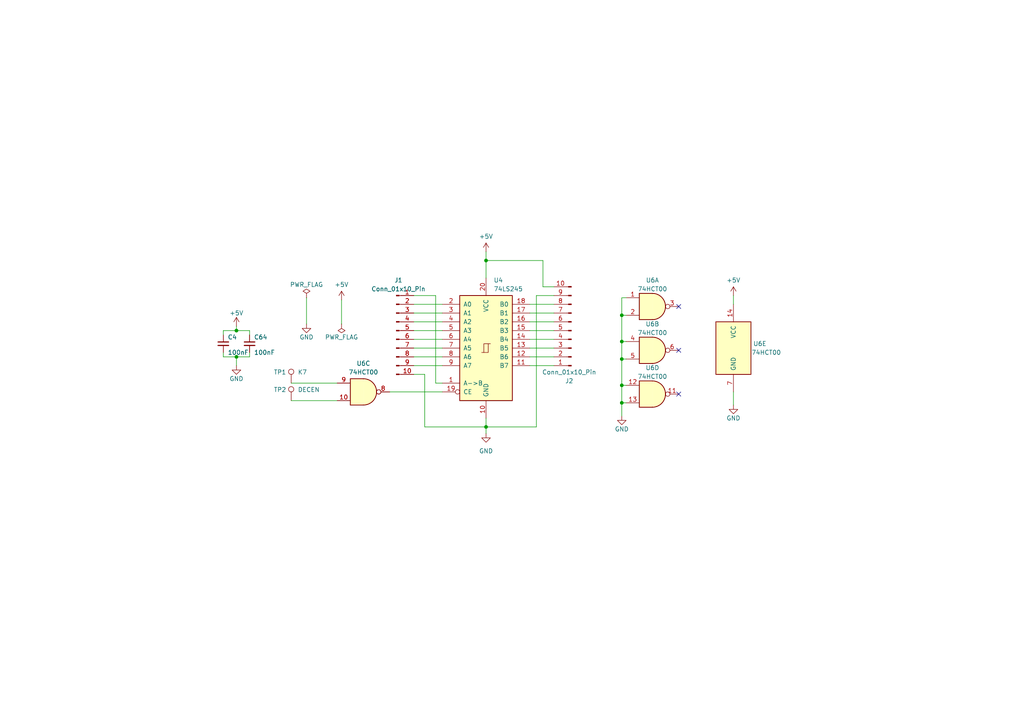
<source format=kicad_sch>
(kicad_sch (version 20230121) (generator eeschema)

  (uuid 1a0a7744-f035-45d7-93d2-2677b83da8bb)

  (paper "A4")

  (lib_symbols
    (symbol "74xx:74LS00" (pin_names (offset 1.016)) (in_bom yes) (on_board yes)
      (property "Reference" "U" (at 0 1.27 0)
        (effects (font (size 1.27 1.27)))
      )
      (property "Value" "74LS00" (at 0 -1.27 0)
        (effects (font (size 1.27 1.27)))
      )
      (property "Footprint" "" (at 0 0 0)
        (effects (font (size 1.27 1.27)) hide)
      )
      (property "Datasheet" "http://www.ti.com/lit/gpn/sn74ls00" (at 0 0 0)
        (effects (font (size 1.27 1.27)) hide)
      )
      (property "ki_locked" "" (at 0 0 0)
        (effects (font (size 1.27 1.27)))
      )
      (property "ki_keywords" "TTL nand 2-input" (at 0 0 0)
        (effects (font (size 1.27 1.27)) hide)
      )
      (property "ki_description" "quad 2-input NAND gate" (at 0 0 0)
        (effects (font (size 1.27 1.27)) hide)
      )
      (property "ki_fp_filters" "DIP*W7.62mm* SO14*" (at 0 0 0)
        (effects (font (size 1.27 1.27)) hide)
      )
      (symbol "74LS00_1_1"
        (arc (start 0 -3.81) (mid 3.7934 0) (end 0 3.81)
          (stroke (width 0.254) (type default))
          (fill (type background))
        )
        (polyline
          (pts
            (xy 0 3.81)
            (xy -3.81 3.81)
            (xy -3.81 -3.81)
            (xy 0 -3.81)
          )
          (stroke (width 0.254) (type default))
          (fill (type background))
        )
        (pin input line (at -7.62 2.54 0) (length 3.81)
          (name "~" (effects (font (size 1.27 1.27))))
          (number "1" (effects (font (size 1.27 1.27))))
        )
        (pin input line (at -7.62 -2.54 0) (length 3.81)
          (name "~" (effects (font (size 1.27 1.27))))
          (number "2" (effects (font (size 1.27 1.27))))
        )
        (pin output inverted (at 7.62 0 180) (length 3.81)
          (name "~" (effects (font (size 1.27 1.27))))
          (number "3" (effects (font (size 1.27 1.27))))
        )
      )
      (symbol "74LS00_1_2"
        (arc (start -3.81 -3.81) (mid -2.589 0) (end -3.81 3.81)
          (stroke (width 0.254) (type default))
          (fill (type none))
        )
        (arc (start -0.6096 -3.81) (mid 2.1842 -2.5851) (end 3.81 0)
          (stroke (width 0.254) (type default))
          (fill (type background))
        )
        (polyline
          (pts
            (xy -3.81 -3.81)
            (xy -0.635 -3.81)
          )
          (stroke (width 0.254) (type default))
          (fill (type background))
        )
        (polyline
          (pts
            (xy -3.81 3.81)
            (xy -0.635 3.81)
          )
          (stroke (width 0.254) (type default))
          (fill (type background))
        )
        (polyline
          (pts
            (xy -0.635 3.81)
            (xy -3.81 3.81)
            (xy -3.81 3.81)
            (xy -3.556 3.4036)
            (xy -3.0226 2.2606)
            (xy -2.6924 1.0414)
            (xy -2.6162 -0.254)
            (xy -2.7686 -1.4986)
            (xy -3.175 -2.7178)
            (xy -3.81 -3.81)
            (xy -3.81 -3.81)
            (xy -0.635 -3.81)
          )
          (stroke (width -25.4) (type default))
          (fill (type background))
        )
        (arc (start 3.81 0) (mid 2.1915 2.5936) (end -0.6096 3.81)
          (stroke (width 0.254) (type default))
          (fill (type background))
        )
        (pin input inverted (at -7.62 2.54 0) (length 4.318)
          (name "~" (effects (font (size 1.27 1.27))))
          (number "1" (effects (font (size 1.27 1.27))))
        )
        (pin input inverted (at -7.62 -2.54 0) (length 4.318)
          (name "~" (effects (font (size 1.27 1.27))))
          (number "2" (effects (font (size 1.27 1.27))))
        )
        (pin output line (at 7.62 0 180) (length 3.81)
          (name "~" (effects (font (size 1.27 1.27))))
          (number "3" (effects (font (size 1.27 1.27))))
        )
      )
      (symbol "74LS00_2_1"
        (arc (start 0 -3.81) (mid 3.7934 0) (end 0 3.81)
          (stroke (width 0.254) (type default))
          (fill (type background))
        )
        (polyline
          (pts
            (xy 0 3.81)
            (xy -3.81 3.81)
            (xy -3.81 -3.81)
            (xy 0 -3.81)
          )
          (stroke (width 0.254) (type default))
          (fill (type background))
        )
        (pin input line (at -7.62 2.54 0) (length 3.81)
          (name "~" (effects (font (size 1.27 1.27))))
          (number "4" (effects (font (size 1.27 1.27))))
        )
        (pin input line (at -7.62 -2.54 0) (length 3.81)
          (name "~" (effects (font (size 1.27 1.27))))
          (number "5" (effects (font (size 1.27 1.27))))
        )
        (pin output inverted (at 7.62 0 180) (length 3.81)
          (name "~" (effects (font (size 1.27 1.27))))
          (number "6" (effects (font (size 1.27 1.27))))
        )
      )
      (symbol "74LS00_2_2"
        (arc (start -3.81 -3.81) (mid -2.589 0) (end -3.81 3.81)
          (stroke (width 0.254) (type default))
          (fill (type none))
        )
        (arc (start -0.6096 -3.81) (mid 2.1842 -2.5851) (end 3.81 0)
          (stroke (width 0.254) (type default))
          (fill (type background))
        )
        (polyline
          (pts
            (xy -3.81 -3.81)
            (xy -0.635 -3.81)
          )
          (stroke (width 0.254) (type default))
          (fill (type background))
        )
        (polyline
          (pts
            (xy -3.81 3.81)
            (xy -0.635 3.81)
          )
          (stroke (width 0.254) (type default))
          (fill (type background))
        )
        (polyline
          (pts
            (xy -0.635 3.81)
            (xy -3.81 3.81)
            (xy -3.81 3.81)
            (xy -3.556 3.4036)
            (xy -3.0226 2.2606)
            (xy -2.6924 1.0414)
            (xy -2.6162 -0.254)
            (xy -2.7686 -1.4986)
            (xy -3.175 -2.7178)
            (xy -3.81 -3.81)
            (xy -3.81 -3.81)
            (xy -0.635 -3.81)
          )
          (stroke (width -25.4) (type default))
          (fill (type background))
        )
        (arc (start 3.81 0) (mid 2.1915 2.5936) (end -0.6096 3.81)
          (stroke (width 0.254) (type default))
          (fill (type background))
        )
        (pin input inverted (at -7.62 2.54 0) (length 4.318)
          (name "~" (effects (font (size 1.27 1.27))))
          (number "4" (effects (font (size 1.27 1.27))))
        )
        (pin input inverted (at -7.62 -2.54 0) (length 4.318)
          (name "~" (effects (font (size 1.27 1.27))))
          (number "5" (effects (font (size 1.27 1.27))))
        )
        (pin output line (at 7.62 0 180) (length 3.81)
          (name "~" (effects (font (size 1.27 1.27))))
          (number "6" (effects (font (size 1.27 1.27))))
        )
      )
      (symbol "74LS00_3_1"
        (arc (start 0 -3.81) (mid 3.7934 0) (end 0 3.81)
          (stroke (width 0.254) (type default))
          (fill (type background))
        )
        (polyline
          (pts
            (xy 0 3.81)
            (xy -3.81 3.81)
            (xy -3.81 -3.81)
            (xy 0 -3.81)
          )
          (stroke (width 0.254) (type default))
          (fill (type background))
        )
        (pin input line (at -7.62 -2.54 0) (length 3.81)
          (name "~" (effects (font (size 1.27 1.27))))
          (number "10" (effects (font (size 1.27 1.27))))
        )
        (pin output inverted (at 7.62 0 180) (length 3.81)
          (name "~" (effects (font (size 1.27 1.27))))
          (number "8" (effects (font (size 1.27 1.27))))
        )
        (pin input line (at -7.62 2.54 0) (length 3.81)
          (name "~" (effects (font (size 1.27 1.27))))
          (number "9" (effects (font (size 1.27 1.27))))
        )
      )
      (symbol "74LS00_3_2"
        (arc (start -3.81 -3.81) (mid -2.589 0) (end -3.81 3.81)
          (stroke (width 0.254) (type default))
          (fill (type none))
        )
        (arc (start -0.6096 -3.81) (mid 2.1842 -2.5851) (end 3.81 0)
          (stroke (width 0.254) (type default))
          (fill (type background))
        )
        (polyline
          (pts
            (xy -3.81 -3.81)
            (xy -0.635 -3.81)
          )
          (stroke (width 0.254) (type default))
          (fill (type background))
        )
        (polyline
          (pts
            (xy -3.81 3.81)
            (xy -0.635 3.81)
          )
          (stroke (width 0.254) (type default))
          (fill (type background))
        )
        (polyline
          (pts
            (xy -0.635 3.81)
            (xy -3.81 3.81)
            (xy -3.81 3.81)
            (xy -3.556 3.4036)
            (xy -3.0226 2.2606)
            (xy -2.6924 1.0414)
            (xy -2.6162 -0.254)
            (xy -2.7686 -1.4986)
            (xy -3.175 -2.7178)
            (xy -3.81 -3.81)
            (xy -3.81 -3.81)
            (xy -0.635 -3.81)
          )
          (stroke (width -25.4) (type default))
          (fill (type background))
        )
        (arc (start 3.81 0) (mid 2.1915 2.5936) (end -0.6096 3.81)
          (stroke (width 0.254) (type default))
          (fill (type background))
        )
        (pin input inverted (at -7.62 -2.54 0) (length 4.318)
          (name "~" (effects (font (size 1.27 1.27))))
          (number "10" (effects (font (size 1.27 1.27))))
        )
        (pin output line (at 7.62 0 180) (length 3.81)
          (name "~" (effects (font (size 1.27 1.27))))
          (number "8" (effects (font (size 1.27 1.27))))
        )
        (pin input inverted (at -7.62 2.54 0) (length 4.318)
          (name "~" (effects (font (size 1.27 1.27))))
          (number "9" (effects (font (size 1.27 1.27))))
        )
      )
      (symbol "74LS00_4_1"
        (arc (start 0 -3.81) (mid 3.7934 0) (end 0 3.81)
          (stroke (width 0.254) (type default))
          (fill (type background))
        )
        (polyline
          (pts
            (xy 0 3.81)
            (xy -3.81 3.81)
            (xy -3.81 -3.81)
            (xy 0 -3.81)
          )
          (stroke (width 0.254) (type default))
          (fill (type background))
        )
        (pin output inverted (at 7.62 0 180) (length 3.81)
          (name "~" (effects (font (size 1.27 1.27))))
          (number "11" (effects (font (size 1.27 1.27))))
        )
        (pin input line (at -7.62 2.54 0) (length 3.81)
          (name "~" (effects (font (size 1.27 1.27))))
          (number "12" (effects (font (size 1.27 1.27))))
        )
        (pin input line (at -7.62 -2.54 0) (length 3.81)
          (name "~" (effects (font (size 1.27 1.27))))
          (number "13" (effects (font (size 1.27 1.27))))
        )
      )
      (symbol "74LS00_4_2"
        (arc (start -3.81 -3.81) (mid -2.589 0) (end -3.81 3.81)
          (stroke (width 0.254) (type default))
          (fill (type none))
        )
        (arc (start -0.6096 -3.81) (mid 2.1842 -2.5851) (end 3.81 0)
          (stroke (width 0.254) (type default))
          (fill (type background))
        )
        (polyline
          (pts
            (xy -3.81 -3.81)
            (xy -0.635 -3.81)
          )
          (stroke (width 0.254) (type default))
          (fill (type background))
        )
        (polyline
          (pts
            (xy -3.81 3.81)
            (xy -0.635 3.81)
          )
          (stroke (width 0.254) (type default))
          (fill (type background))
        )
        (polyline
          (pts
            (xy -0.635 3.81)
            (xy -3.81 3.81)
            (xy -3.81 3.81)
            (xy -3.556 3.4036)
            (xy -3.0226 2.2606)
            (xy -2.6924 1.0414)
            (xy -2.6162 -0.254)
            (xy -2.7686 -1.4986)
            (xy -3.175 -2.7178)
            (xy -3.81 -3.81)
            (xy -3.81 -3.81)
            (xy -0.635 -3.81)
          )
          (stroke (width -25.4) (type default))
          (fill (type background))
        )
        (arc (start 3.81 0) (mid 2.1915 2.5936) (end -0.6096 3.81)
          (stroke (width 0.254) (type default))
          (fill (type background))
        )
        (pin output line (at 7.62 0 180) (length 3.81)
          (name "~" (effects (font (size 1.27 1.27))))
          (number "11" (effects (font (size 1.27 1.27))))
        )
        (pin input inverted (at -7.62 2.54 0) (length 4.318)
          (name "~" (effects (font (size 1.27 1.27))))
          (number "12" (effects (font (size 1.27 1.27))))
        )
        (pin input inverted (at -7.62 -2.54 0) (length 4.318)
          (name "~" (effects (font (size 1.27 1.27))))
          (number "13" (effects (font (size 1.27 1.27))))
        )
      )
      (symbol "74LS00_5_0"
        (pin power_in line (at 0 12.7 270) (length 5.08)
          (name "VCC" (effects (font (size 1.27 1.27))))
          (number "14" (effects (font (size 1.27 1.27))))
        )
        (pin power_in line (at 0 -12.7 90) (length 5.08)
          (name "GND" (effects (font (size 1.27 1.27))))
          (number "7" (effects (font (size 1.27 1.27))))
        )
      )
      (symbol "74LS00_5_1"
        (rectangle (start -5.08 7.62) (end 5.08 -7.62)
          (stroke (width 0.254) (type default))
          (fill (type background))
        )
      )
    )
    (symbol "74xx:74LS245" (pin_names (offset 1.016)) (in_bom yes) (on_board yes)
      (property "Reference" "U" (at -7.62 16.51 0)
        (effects (font (size 1.27 1.27)))
      )
      (property "Value" "74LS245" (at -7.62 -16.51 0)
        (effects (font (size 1.27 1.27)))
      )
      (property "Footprint" "" (at 0 0 0)
        (effects (font (size 1.27 1.27)) hide)
      )
      (property "Datasheet" "http://www.ti.com/lit/gpn/sn74LS245" (at 0 0 0)
        (effects (font (size 1.27 1.27)) hide)
      )
      (property "ki_locked" "" (at 0 0 0)
        (effects (font (size 1.27 1.27)))
      )
      (property "ki_keywords" "TTL BUS 3State" (at 0 0 0)
        (effects (font (size 1.27 1.27)) hide)
      )
      (property "ki_description" "Octal BUS Transceivers, 3-State outputs" (at 0 0 0)
        (effects (font (size 1.27 1.27)) hide)
      )
      (property "ki_fp_filters" "DIP?20*" (at 0 0 0)
        (effects (font (size 1.27 1.27)) hide)
      )
      (symbol "74LS245_1_0"
        (polyline
          (pts
            (xy -0.635 -1.27)
            (xy -0.635 1.27)
            (xy 0.635 1.27)
          )
          (stroke (width 0) (type default))
          (fill (type none))
        )
        (polyline
          (pts
            (xy -1.27 -1.27)
            (xy 0.635 -1.27)
            (xy 0.635 1.27)
            (xy 1.27 1.27)
          )
          (stroke (width 0) (type default))
          (fill (type none))
        )
        (pin input line (at -12.7 -10.16 0) (length 5.08)
          (name "A->B" (effects (font (size 1.27 1.27))))
          (number "1" (effects (font (size 1.27 1.27))))
        )
        (pin power_in line (at 0 -20.32 90) (length 5.08)
          (name "GND" (effects (font (size 1.27 1.27))))
          (number "10" (effects (font (size 1.27 1.27))))
        )
        (pin tri_state line (at 12.7 -5.08 180) (length 5.08)
          (name "B7" (effects (font (size 1.27 1.27))))
          (number "11" (effects (font (size 1.27 1.27))))
        )
        (pin tri_state line (at 12.7 -2.54 180) (length 5.08)
          (name "B6" (effects (font (size 1.27 1.27))))
          (number "12" (effects (font (size 1.27 1.27))))
        )
        (pin tri_state line (at 12.7 0 180) (length 5.08)
          (name "B5" (effects (font (size 1.27 1.27))))
          (number "13" (effects (font (size 1.27 1.27))))
        )
        (pin tri_state line (at 12.7 2.54 180) (length 5.08)
          (name "B4" (effects (font (size 1.27 1.27))))
          (number "14" (effects (font (size 1.27 1.27))))
        )
        (pin tri_state line (at 12.7 5.08 180) (length 5.08)
          (name "B3" (effects (font (size 1.27 1.27))))
          (number "15" (effects (font (size 1.27 1.27))))
        )
        (pin tri_state line (at 12.7 7.62 180) (length 5.08)
          (name "B2" (effects (font (size 1.27 1.27))))
          (number "16" (effects (font (size 1.27 1.27))))
        )
        (pin tri_state line (at 12.7 10.16 180) (length 5.08)
          (name "B1" (effects (font (size 1.27 1.27))))
          (number "17" (effects (font (size 1.27 1.27))))
        )
        (pin tri_state line (at 12.7 12.7 180) (length 5.08)
          (name "B0" (effects (font (size 1.27 1.27))))
          (number "18" (effects (font (size 1.27 1.27))))
        )
        (pin input inverted (at -12.7 -12.7 0) (length 5.08)
          (name "CE" (effects (font (size 1.27 1.27))))
          (number "19" (effects (font (size 1.27 1.27))))
        )
        (pin tri_state line (at -12.7 12.7 0) (length 5.08)
          (name "A0" (effects (font (size 1.27 1.27))))
          (number "2" (effects (font (size 1.27 1.27))))
        )
        (pin power_in line (at 0 20.32 270) (length 5.08)
          (name "VCC" (effects (font (size 1.27 1.27))))
          (number "20" (effects (font (size 1.27 1.27))))
        )
        (pin tri_state line (at -12.7 10.16 0) (length 5.08)
          (name "A1" (effects (font (size 1.27 1.27))))
          (number "3" (effects (font (size 1.27 1.27))))
        )
        (pin tri_state line (at -12.7 7.62 0) (length 5.08)
          (name "A2" (effects (font (size 1.27 1.27))))
          (number "4" (effects (font (size 1.27 1.27))))
        )
        (pin tri_state line (at -12.7 5.08 0) (length 5.08)
          (name "A3" (effects (font (size 1.27 1.27))))
          (number "5" (effects (font (size 1.27 1.27))))
        )
        (pin tri_state line (at -12.7 2.54 0) (length 5.08)
          (name "A4" (effects (font (size 1.27 1.27))))
          (number "6" (effects (font (size 1.27 1.27))))
        )
        (pin tri_state line (at -12.7 0 0) (length 5.08)
          (name "A5" (effects (font (size 1.27 1.27))))
          (number "7" (effects (font (size 1.27 1.27))))
        )
        (pin tri_state line (at -12.7 -2.54 0) (length 5.08)
          (name "A6" (effects (font (size 1.27 1.27))))
          (number "8" (effects (font (size 1.27 1.27))))
        )
        (pin tri_state line (at -12.7 -5.08 0) (length 5.08)
          (name "A7" (effects (font (size 1.27 1.27))))
          (number "9" (effects (font (size 1.27 1.27))))
        )
      )
      (symbol "74LS245_1_1"
        (rectangle (start -7.62 15.24) (end 7.62 -15.24)
          (stroke (width 0.254) (type default))
          (fill (type background))
        )
      )
    )
    (symbol "Connector:Conn_01x10_Pin" (pin_names (offset 1.016) hide) (in_bom yes) (on_board yes)
      (property "Reference" "J" (at 0 12.7 0)
        (effects (font (size 1.27 1.27)))
      )
      (property "Value" "Conn_01x10_Pin" (at 0 -15.24 0)
        (effects (font (size 1.27 1.27)))
      )
      (property "Footprint" "" (at 0 0 0)
        (effects (font (size 1.27 1.27)) hide)
      )
      (property "Datasheet" "~" (at 0 0 0)
        (effects (font (size 1.27 1.27)) hide)
      )
      (property "ki_locked" "" (at 0 0 0)
        (effects (font (size 1.27 1.27)))
      )
      (property "ki_keywords" "connector" (at 0 0 0)
        (effects (font (size 1.27 1.27)) hide)
      )
      (property "ki_description" "Generic connector, single row, 01x10, script generated" (at 0 0 0)
        (effects (font (size 1.27 1.27)) hide)
      )
      (property "ki_fp_filters" "Connector*:*_1x??_*" (at 0 0 0)
        (effects (font (size 1.27 1.27)) hide)
      )
      (symbol "Conn_01x10_Pin_1_1"
        (polyline
          (pts
            (xy 1.27 -12.7)
            (xy 0.8636 -12.7)
          )
          (stroke (width 0.1524) (type default))
          (fill (type none))
        )
        (polyline
          (pts
            (xy 1.27 -10.16)
            (xy 0.8636 -10.16)
          )
          (stroke (width 0.1524) (type default))
          (fill (type none))
        )
        (polyline
          (pts
            (xy 1.27 -7.62)
            (xy 0.8636 -7.62)
          )
          (stroke (width 0.1524) (type default))
          (fill (type none))
        )
        (polyline
          (pts
            (xy 1.27 -5.08)
            (xy 0.8636 -5.08)
          )
          (stroke (width 0.1524) (type default))
          (fill (type none))
        )
        (polyline
          (pts
            (xy 1.27 -2.54)
            (xy 0.8636 -2.54)
          )
          (stroke (width 0.1524) (type default))
          (fill (type none))
        )
        (polyline
          (pts
            (xy 1.27 0)
            (xy 0.8636 0)
          )
          (stroke (width 0.1524) (type default))
          (fill (type none))
        )
        (polyline
          (pts
            (xy 1.27 2.54)
            (xy 0.8636 2.54)
          )
          (stroke (width 0.1524) (type default))
          (fill (type none))
        )
        (polyline
          (pts
            (xy 1.27 5.08)
            (xy 0.8636 5.08)
          )
          (stroke (width 0.1524) (type default))
          (fill (type none))
        )
        (polyline
          (pts
            (xy 1.27 7.62)
            (xy 0.8636 7.62)
          )
          (stroke (width 0.1524) (type default))
          (fill (type none))
        )
        (polyline
          (pts
            (xy 1.27 10.16)
            (xy 0.8636 10.16)
          )
          (stroke (width 0.1524) (type default))
          (fill (type none))
        )
        (rectangle (start 0.8636 -12.573) (end 0 -12.827)
          (stroke (width 0.1524) (type default))
          (fill (type outline))
        )
        (rectangle (start 0.8636 -10.033) (end 0 -10.287)
          (stroke (width 0.1524) (type default))
          (fill (type outline))
        )
        (rectangle (start 0.8636 -7.493) (end 0 -7.747)
          (stroke (width 0.1524) (type default))
          (fill (type outline))
        )
        (rectangle (start 0.8636 -4.953) (end 0 -5.207)
          (stroke (width 0.1524) (type default))
          (fill (type outline))
        )
        (rectangle (start 0.8636 -2.413) (end 0 -2.667)
          (stroke (width 0.1524) (type default))
          (fill (type outline))
        )
        (rectangle (start 0.8636 0.127) (end 0 -0.127)
          (stroke (width 0.1524) (type default))
          (fill (type outline))
        )
        (rectangle (start 0.8636 2.667) (end 0 2.413)
          (stroke (width 0.1524) (type default))
          (fill (type outline))
        )
        (rectangle (start 0.8636 5.207) (end 0 4.953)
          (stroke (width 0.1524) (type default))
          (fill (type outline))
        )
        (rectangle (start 0.8636 7.747) (end 0 7.493)
          (stroke (width 0.1524) (type default))
          (fill (type outline))
        )
        (rectangle (start 0.8636 10.287) (end 0 10.033)
          (stroke (width 0.1524) (type default))
          (fill (type outline))
        )
        (pin passive line (at 5.08 10.16 180) (length 3.81)
          (name "Pin_1" (effects (font (size 1.27 1.27))))
          (number "1" (effects (font (size 1.27 1.27))))
        )
        (pin passive line (at 5.08 -12.7 180) (length 3.81)
          (name "Pin_10" (effects (font (size 1.27 1.27))))
          (number "10" (effects (font (size 1.27 1.27))))
        )
        (pin passive line (at 5.08 7.62 180) (length 3.81)
          (name "Pin_2" (effects (font (size 1.27 1.27))))
          (number "2" (effects (font (size 1.27 1.27))))
        )
        (pin passive line (at 5.08 5.08 180) (length 3.81)
          (name "Pin_3" (effects (font (size 1.27 1.27))))
          (number "3" (effects (font (size 1.27 1.27))))
        )
        (pin passive line (at 5.08 2.54 180) (length 3.81)
          (name "Pin_4" (effects (font (size 1.27 1.27))))
          (number "4" (effects (font (size 1.27 1.27))))
        )
        (pin passive line (at 5.08 0 180) (length 3.81)
          (name "Pin_5" (effects (font (size 1.27 1.27))))
          (number "5" (effects (font (size 1.27 1.27))))
        )
        (pin passive line (at 5.08 -2.54 180) (length 3.81)
          (name "Pin_6" (effects (font (size 1.27 1.27))))
          (number "6" (effects (font (size 1.27 1.27))))
        )
        (pin passive line (at 5.08 -5.08 180) (length 3.81)
          (name "Pin_7" (effects (font (size 1.27 1.27))))
          (number "7" (effects (font (size 1.27 1.27))))
        )
        (pin passive line (at 5.08 -7.62 180) (length 3.81)
          (name "Pin_8" (effects (font (size 1.27 1.27))))
          (number "8" (effects (font (size 1.27 1.27))))
        )
        (pin passive line (at 5.08 -10.16 180) (length 3.81)
          (name "Pin_9" (effects (font (size 1.27 1.27))))
          (number "9" (effects (font (size 1.27 1.27))))
        )
      )
    )
    (symbol "Connector:TestPoint" (pin_numbers hide) (pin_names (offset 0.762) hide) (in_bom yes) (on_board yes)
      (property "Reference" "TP" (at 0 6.858 0)
        (effects (font (size 1.27 1.27)))
      )
      (property "Value" "TestPoint" (at 0 5.08 0)
        (effects (font (size 1.27 1.27)))
      )
      (property "Footprint" "" (at 5.08 0 0)
        (effects (font (size 1.27 1.27)) hide)
      )
      (property "Datasheet" "~" (at 5.08 0 0)
        (effects (font (size 1.27 1.27)) hide)
      )
      (property "ki_keywords" "test point tp" (at 0 0 0)
        (effects (font (size 1.27 1.27)) hide)
      )
      (property "ki_description" "test point" (at 0 0 0)
        (effects (font (size 1.27 1.27)) hide)
      )
      (property "ki_fp_filters" "Pin* Test*" (at 0 0 0)
        (effects (font (size 1.27 1.27)) hide)
      )
      (symbol "TestPoint_0_1"
        (circle (center 0 3.302) (radius 0.762)
          (stroke (width 0) (type default))
          (fill (type none))
        )
      )
      (symbol "TestPoint_1_1"
        (pin passive line (at 0 0 90) (length 2.54)
          (name "1" (effects (font (size 1.27 1.27))))
          (number "1" (effects (font (size 1.27 1.27))))
        )
      )
    )
    (symbol "Device:C_Small" (pin_numbers hide) (pin_names (offset 0.254) hide) (in_bom yes) (on_board yes)
      (property "Reference" "C" (at 0.254 1.778 0)
        (effects (font (size 1.27 1.27)) (justify left))
      )
      (property "Value" "C_Small" (at 0.254 -2.032 0)
        (effects (font (size 1.27 1.27)) (justify left))
      )
      (property "Footprint" "" (at 0 0 0)
        (effects (font (size 1.27 1.27)) hide)
      )
      (property "Datasheet" "~" (at 0 0 0)
        (effects (font (size 1.27 1.27)) hide)
      )
      (property "ki_keywords" "capacitor cap" (at 0 0 0)
        (effects (font (size 1.27 1.27)) hide)
      )
      (property "ki_description" "Unpolarized capacitor, small symbol" (at 0 0 0)
        (effects (font (size 1.27 1.27)) hide)
      )
      (property "ki_fp_filters" "C_*" (at 0 0 0)
        (effects (font (size 1.27 1.27)) hide)
      )
      (symbol "C_Small_0_1"
        (polyline
          (pts
            (xy -1.524 -0.508)
            (xy 1.524 -0.508)
          )
          (stroke (width 0.3302) (type default))
          (fill (type none))
        )
        (polyline
          (pts
            (xy -1.524 0.508)
            (xy 1.524 0.508)
          )
          (stroke (width 0.3048) (type default))
          (fill (type none))
        )
      )
      (symbol "C_Small_1_1"
        (pin passive line (at 0 2.54 270) (length 2.032)
          (name "~" (effects (font (size 1.27 1.27))))
          (number "1" (effects (font (size 1.27 1.27))))
        )
        (pin passive line (at 0 -2.54 90) (length 2.032)
          (name "~" (effects (font (size 1.27 1.27))))
          (number "2" (effects (font (size 1.27 1.27))))
        )
      )
    )
    (symbol "power:+5V" (power) (pin_names (offset 0)) (in_bom yes) (on_board yes)
      (property "Reference" "#PWR" (at 0 -3.81 0)
        (effects (font (size 1.27 1.27)) hide)
      )
      (property "Value" "+5V" (at 0 3.556 0)
        (effects (font (size 1.27 1.27)))
      )
      (property "Footprint" "" (at 0 0 0)
        (effects (font (size 1.27 1.27)) hide)
      )
      (property "Datasheet" "" (at 0 0 0)
        (effects (font (size 1.27 1.27)) hide)
      )
      (property "ki_keywords" "global power" (at 0 0 0)
        (effects (font (size 1.27 1.27)) hide)
      )
      (property "ki_description" "Power symbol creates a global label with name \"+5V\"" (at 0 0 0)
        (effects (font (size 1.27 1.27)) hide)
      )
      (symbol "+5V_0_1"
        (polyline
          (pts
            (xy -0.762 1.27)
            (xy 0 2.54)
          )
          (stroke (width 0) (type default))
          (fill (type none))
        )
        (polyline
          (pts
            (xy 0 0)
            (xy 0 2.54)
          )
          (stroke (width 0) (type default))
          (fill (type none))
        )
        (polyline
          (pts
            (xy 0 2.54)
            (xy 0.762 1.27)
          )
          (stroke (width 0) (type default))
          (fill (type none))
        )
      )
      (symbol "+5V_1_1"
        (pin power_in line (at 0 0 90) (length 0) hide
          (name "+5V" (effects (font (size 1.27 1.27))))
          (number "1" (effects (font (size 1.27 1.27))))
        )
      )
    )
    (symbol "power:GND" (power) (pin_names (offset 0)) (in_bom yes) (on_board yes)
      (property "Reference" "#PWR" (at 0 -6.35 0)
        (effects (font (size 1.27 1.27)) hide)
      )
      (property "Value" "GND" (at 0 -3.81 0)
        (effects (font (size 1.27 1.27)))
      )
      (property "Footprint" "" (at 0 0 0)
        (effects (font (size 1.27 1.27)) hide)
      )
      (property "Datasheet" "" (at 0 0 0)
        (effects (font (size 1.27 1.27)) hide)
      )
      (property "ki_keywords" "global power" (at 0 0 0)
        (effects (font (size 1.27 1.27)) hide)
      )
      (property "ki_description" "Power symbol creates a global label with name \"GND\" , ground" (at 0 0 0)
        (effects (font (size 1.27 1.27)) hide)
      )
      (symbol "GND_0_1"
        (polyline
          (pts
            (xy 0 0)
            (xy 0 -1.27)
            (xy 1.27 -1.27)
            (xy 0 -2.54)
            (xy -1.27 -1.27)
            (xy 0 -1.27)
          )
          (stroke (width 0) (type default))
          (fill (type none))
        )
      )
      (symbol "GND_1_1"
        (pin power_in line (at 0 0 270) (length 0) hide
          (name "GND" (effects (font (size 1.27 1.27))))
          (number "1" (effects (font (size 1.27 1.27))))
        )
      )
    )
    (symbol "power:PWR_FLAG" (power) (pin_numbers hide) (pin_names (offset 0) hide) (in_bom yes) (on_board yes)
      (property "Reference" "#FLG" (at 0 1.905 0)
        (effects (font (size 1.27 1.27)) hide)
      )
      (property "Value" "PWR_FLAG" (at 0 3.81 0)
        (effects (font (size 1.27 1.27)))
      )
      (property "Footprint" "" (at 0 0 0)
        (effects (font (size 1.27 1.27)) hide)
      )
      (property "Datasheet" "~" (at 0 0 0)
        (effects (font (size 1.27 1.27)) hide)
      )
      (property "ki_keywords" "flag power" (at 0 0 0)
        (effects (font (size 1.27 1.27)) hide)
      )
      (property "ki_description" "Special symbol for telling ERC where power comes from" (at 0 0 0)
        (effects (font (size 1.27 1.27)) hide)
      )
      (symbol "PWR_FLAG_0_0"
        (pin power_out line (at 0 0 90) (length 0)
          (name "pwr" (effects (font (size 1.27 1.27))))
          (number "1" (effects (font (size 1.27 1.27))))
        )
      )
      (symbol "PWR_FLAG_0_1"
        (polyline
          (pts
            (xy 0 0)
            (xy 0 1.27)
            (xy -1.016 1.905)
            (xy 0 2.54)
            (xy 1.016 1.905)
            (xy 0 1.27)
          )
          (stroke (width 0) (type default))
          (fill (type none))
        )
      )
    )
  )

  (junction (at 140.97 123.825) (diameter 0) (color 0 0 0 0)
    (uuid 23591c70-d219-4d32-a5e8-938b6a781e02)
  )
  (junction (at 180.34 99.06) (diameter 0) (color 0 0 0 0)
    (uuid 3dd3a301-9c59-4572-ba3c-b38b0c18a486)
  )
  (junction (at 140.97 75.565) (diameter 0) (color 0 0 0 0)
    (uuid 47b5dbcf-b64f-471b-a083-b05f0077926c)
  )
  (junction (at 180.34 111.76) (diameter 0) (color 0 0 0 0)
    (uuid 48f24d58-59f2-4db1-b6db-31f8e330025c)
  )
  (junction (at 68.58 95.885) (diameter 0) (color 0 0 0 0)
    (uuid 4bbe59c8-650f-4bb0-a9ea-3e942fa5e7ce)
  )
  (junction (at 68.58 103.505) (diameter 0) (color 0 0 0 0)
    (uuid 853e7c41-5871-409b-82c5-c57e291b1a24)
  )
  (junction (at 180.34 104.14) (diameter 0) (color 0 0 0 0)
    (uuid e358a477-a43e-4546-b370-a68cc71f5156)
  )
  (junction (at 180.34 116.84) (diameter 0) (color 0 0 0 0)
    (uuid e48e4112-3293-43c5-b9d3-985d482b2412)
  )
  (junction (at 180.34 91.44) (diameter 0) (color 0 0 0 0)
    (uuid fdc9a1b1-983e-4822-b646-1a0000a33844)
  )

  (no_connect (at 196.85 101.6) (uuid 15109382-96f2-4d9b-94cc-ff26fd68f16f))
  (no_connect (at 196.85 88.9) (uuid 4d7ef0b8-e7d3-4857-a2a2-7c0c9e5583e7))
  (no_connect (at 196.85 114.3) (uuid 723c5120-c175-414b-9f26-f5e43338633c))

  (wire (pts (xy 181.61 116.84) (xy 180.34 116.84))
    (stroke (width 0) (type default))
    (uuid 024eadbd-6038-44f7-a75c-cf38c33a3c27)
  )
  (wire (pts (xy 64.77 102.235) (xy 64.77 103.505))
    (stroke (width 0) (type default))
    (uuid 043fac91-7ee9-46af-995f-f55390f0f30b)
  )
  (wire (pts (xy 120.015 103.505) (xy 128.27 103.505))
    (stroke (width 0) (type default))
    (uuid 05c7cd78-efb7-47d2-8ba3-d1f3cbb608e1)
  )
  (wire (pts (xy 153.67 90.805) (xy 160.655 90.805))
    (stroke (width 0) (type default))
    (uuid 1131f397-4e22-4d83-afad-70f1fe47cb98)
  )
  (wire (pts (xy 123.19 123.825) (xy 140.97 123.825))
    (stroke (width 0) (type default))
    (uuid 121afbe0-f034-4f34-9c5d-1da2129c300d)
  )
  (wire (pts (xy 181.61 99.06) (xy 180.34 99.06))
    (stroke (width 0) (type default))
    (uuid 13b9d726-c89c-406d-aff6-ec3db1658471)
  )
  (wire (pts (xy 157.48 83.185) (xy 160.655 83.185))
    (stroke (width 0) (type default))
    (uuid 1467190a-5155-4c44-8fe0-f3394cd9ac7d)
  )
  (wire (pts (xy 180.34 104.14) (xy 180.34 111.76))
    (stroke (width 0) (type default))
    (uuid 1b5151e1-ed97-4642-a312-50117c508d93)
  )
  (wire (pts (xy 120.015 85.725) (xy 126.365 85.725))
    (stroke (width 0) (type default))
    (uuid 1b93d033-efd1-4584-ac54-3c295fc1d6a0)
  )
  (wire (pts (xy 68.58 103.505) (xy 68.58 106.045))
    (stroke (width 0) (type default))
    (uuid 1e7bdea6-dac3-42a2-9fed-33a7f3a62211)
  )
  (wire (pts (xy 180.34 86.36) (xy 180.34 91.44))
    (stroke (width 0) (type default))
    (uuid 2c21a27c-5bf7-43d7-8bbb-d189e8c0760c)
  )
  (wire (pts (xy 126.365 111.125) (xy 128.27 111.125))
    (stroke (width 0) (type default))
    (uuid 2efd14ea-fdad-4ee9-b196-640682459e89)
  )
  (wire (pts (xy 84.455 116.205) (xy 97.79 116.205))
    (stroke (width 0) (type default))
    (uuid 2fa2e3ca-ce28-4335-baab-59cd882e3bf8)
  )
  (wire (pts (xy 153.67 93.345) (xy 160.655 93.345))
    (stroke (width 0) (type default))
    (uuid 3375cc65-7ea5-41aa-ad8a-add3fd3877c5)
  )
  (wire (pts (xy 120.015 108.585) (xy 123.19 108.585))
    (stroke (width 0) (type default))
    (uuid 38550632-acf3-4586-8961-47b77f2c4fdc)
  )
  (wire (pts (xy 123.19 108.585) (xy 123.19 123.825))
    (stroke (width 0) (type default))
    (uuid 3d0a4c0c-7fa0-40de-ad01-eebac4c12ff0)
  )
  (wire (pts (xy 126.365 85.725) (xy 126.365 111.125))
    (stroke (width 0) (type default))
    (uuid 43a0d2e1-43ed-4515-8fc1-12c43259effc)
  )
  (wire (pts (xy 120.015 90.805) (xy 128.27 90.805))
    (stroke (width 0) (type default))
    (uuid 48d4edb9-ebee-443d-b136-ba8c9be27fe2)
  )
  (wire (pts (xy 68.58 103.505) (xy 64.77 103.505))
    (stroke (width 0) (type default))
    (uuid 4c5d72d2-fe41-4af4-8efb-9503b315e934)
  )
  (wire (pts (xy 180.34 99.06) (xy 180.34 104.14))
    (stroke (width 0) (type default))
    (uuid 4df28e33-43bb-4404-bb26-e7744ff655af)
  )
  (wire (pts (xy 181.61 91.44) (xy 180.34 91.44))
    (stroke (width 0) (type default))
    (uuid 4fd3709e-6e66-4add-8ac5-ce2854b7b5a7)
  )
  (wire (pts (xy 180.34 111.76) (xy 180.34 116.84))
    (stroke (width 0) (type default))
    (uuid 53879721-7e8c-4393-9de4-ec2ff579b38d)
  )
  (wire (pts (xy 120.015 100.965) (xy 128.27 100.965))
    (stroke (width 0) (type default))
    (uuid 554a44e1-98cc-4325-9c1e-30967f829075)
  )
  (wire (pts (xy 120.015 106.045) (xy 128.27 106.045))
    (stroke (width 0) (type default))
    (uuid 66cb9e3f-d18c-43a1-916f-c2a2b57077cc)
  )
  (wire (pts (xy 120.015 93.345) (xy 128.27 93.345))
    (stroke (width 0) (type default))
    (uuid 67a8436d-8561-4236-b9d5-bbf0eedcd208)
  )
  (wire (pts (xy 72.39 97.155) (xy 72.39 95.885))
    (stroke (width 0) (type default))
    (uuid 737f4aca-844a-4f6c-8200-d048d7cbba01)
  )
  (wire (pts (xy 72.39 102.235) (xy 72.39 103.505))
    (stroke (width 0) (type default))
    (uuid 7686f831-a24b-46d1-bf1b-058f5a76cc37)
  )
  (wire (pts (xy 153.67 88.265) (xy 160.655 88.265))
    (stroke (width 0) (type default))
    (uuid 76cc03cb-5ffd-40bd-a7e5-68fcc32f70ab)
  )
  (wire (pts (xy 140.97 123.825) (xy 140.97 125.73))
    (stroke (width 0) (type default))
    (uuid 77578a01-5b14-40cb-b984-539584db43d3)
  )
  (wire (pts (xy 68.58 95.885) (xy 64.77 95.885))
    (stroke (width 0) (type default))
    (uuid 7a41699b-becc-45cc-a6e5-810b4648ba14)
  )
  (wire (pts (xy 160.655 85.725) (xy 155.575 85.725))
    (stroke (width 0) (type default))
    (uuid 7a656eee-13ac-4009-9a2b-9b70cf6892d8)
  )
  (wire (pts (xy 181.61 104.14) (xy 180.34 104.14))
    (stroke (width 0) (type default))
    (uuid 7bdfede4-f375-45fc-a391-c1a9685dd347)
  )
  (wire (pts (xy 72.39 103.505) (xy 68.58 103.505))
    (stroke (width 0) (type default))
    (uuid 7f11ad55-ca18-4b72-bd7e-c40bd477357e)
  )
  (wire (pts (xy 181.61 86.36) (xy 180.34 86.36))
    (stroke (width 0) (type default))
    (uuid 8217d82f-4b6b-48b3-926a-95a2107b3bb7)
  )
  (wire (pts (xy 113.03 113.665) (xy 128.27 113.665))
    (stroke (width 0) (type default))
    (uuid 86494dce-eb0f-4610-b59a-2d7e8713cfe9)
  )
  (wire (pts (xy 120.015 98.425) (xy 128.27 98.425))
    (stroke (width 0) (type default))
    (uuid 8bd271d4-9ea1-4dc5-aaf1-f46eeb998c14)
  )
  (wire (pts (xy 140.97 123.825) (xy 140.97 121.285))
    (stroke (width 0) (type default))
    (uuid 8f84acf5-5bb6-459c-a5bc-15c588db9f1c)
  )
  (wire (pts (xy 153.67 100.965) (xy 160.655 100.965))
    (stroke (width 0) (type default))
    (uuid 93fbdc94-984d-42f0-9c45-ab84b133f4f3)
  )
  (wire (pts (xy 64.77 95.885) (xy 64.77 97.155))
    (stroke (width 0) (type default))
    (uuid 9cabd8f8-b8a4-4bb1-9105-5701b67273be)
  )
  (wire (pts (xy 157.48 75.565) (xy 157.48 83.185))
    (stroke (width 0) (type default))
    (uuid a46c9aaa-8c59-4fac-aace-7cef1e047e4a)
  )
  (wire (pts (xy 140.97 75.565) (xy 157.48 75.565))
    (stroke (width 0) (type default))
    (uuid b7075160-b33a-4539-ae38-be0c7bf6228c)
  )
  (wire (pts (xy 181.61 111.76) (xy 180.34 111.76))
    (stroke (width 0) (type default))
    (uuid bfc18b0d-a91d-4a3f-bbfb-39137fb6d569)
  )
  (wire (pts (xy 68.58 94.615) (xy 68.58 95.885))
    (stroke (width 0) (type default))
    (uuid c01a8502-d057-4023-b737-cbcb14f286b1)
  )
  (wire (pts (xy 180.34 91.44) (xy 180.34 99.06))
    (stroke (width 0) (type default))
    (uuid c2ef8d19-4b22-4d09-a303-ed100aed7f0f)
  )
  (wire (pts (xy 212.725 113.665) (xy 212.725 117.475))
    (stroke (width 0) (type default))
    (uuid c7678d8a-3978-482c-b0c0-8fa319b9ba68)
  )
  (wire (pts (xy 120.015 95.885) (xy 128.27 95.885))
    (stroke (width 0) (type default))
    (uuid cdda71a1-b7d0-4f33-a6d1-7db6f8060e28)
  )
  (wire (pts (xy 153.67 103.505) (xy 160.655 103.505))
    (stroke (width 0) (type default))
    (uuid cf83922f-01f5-48c6-8eeb-edccf07c3df9)
  )
  (wire (pts (xy 180.34 116.84) (xy 180.34 120.65))
    (stroke (width 0) (type default))
    (uuid d3277f3c-7982-4e07-9117-56ceec66d386)
  )
  (wire (pts (xy 153.67 98.425) (xy 160.655 98.425))
    (stroke (width 0) (type default))
    (uuid d40b75c4-e1e5-486c-89c2-84051eb59541)
  )
  (wire (pts (xy 120.015 88.265) (xy 128.27 88.265))
    (stroke (width 0) (type default))
    (uuid e15c9830-0a81-4d9d-afb5-952899f1fbca)
  )
  (wire (pts (xy 140.97 80.645) (xy 140.97 75.565))
    (stroke (width 0) (type default))
    (uuid e4f4c7cb-03bc-4700-9522-c074dee5faa6)
  )
  (wire (pts (xy 212.725 85.725) (xy 212.725 88.265))
    (stroke (width 0) (type default))
    (uuid e65fe432-531c-45ee-81e0-491b418be8e9)
  )
  (wire (pts (xy 99.06 86.995) (xy 99.06 93.98))
    (stroke (width 0) (type default))
    (uuid e7d5cc25-955b-44d8-9b0d-308fee752802)
  )
  (wire (pts (xy 155.575 123.825) (xy 140.97 123.825))
    (stroke (width 0) (type default))
    (uuid ee504754-6424-491f-a8ba-890bbca3f7a9)
  )
  (wire (pts (xy 88.9 86.36) (xy 88.9 93.98))
    (stroke (width 0) (type default))
    (uuid efa5f3e3-9eac-49c5-b44d-8afe19fc49d0)
  )
  (wire (pts (xy 140.97 73.025) (xy 140.97 75.565))
    (stroke (width 0) (type default))
    (uuid f3d0d8af-6061-4202-8e1e-78d36942fbf4)
  )
  (wire (pts (xy 153.67 95.885) (xy 160.655 95.885))
    (stroke (width 0) (type default))
    (uuid f6874863-3712-40c9-8215-07cf465f2a6b)
  )
  (wire (pts (xy 153.67 106.045) (xy 160.655 106.045))
    (stroke (width 0) (type default))
    (uuid f77e832b-df4c-4cfd-911a-d0b9b3a54439)
  )
  (wire (pts (xy 84.455 111.125) (xy 97.79 111.125))
    (stroke (width 0) (type default))
    (uuid fa58e789-43ad-4be8-989c-6be3fd0aa092)
  )
  (wire (pts (xy 72.39 95.885) (xy 68.58 95.885))
    (stroke (width 0) (type default))
    (uuid fc75c09b-32c2-4851-b868-3c56e903c8e2)
  )
  (wire (pts (xy 155.575 85.725) (xy 155.575 123.825))
    (stroke (width 0) (type default))
    (uuid ff1c0265-dd8c-4845-b0a9-2a60db24be24)
  )

  (symbol (lib_id "power:+5V") (at 68.58 94.615 0) (unit 1)
    (in_bom yes) (on_board yes) (dnp no)
    (uuid 094323ca-e97a-4767-87c1-b688015ac5c9)
    (property "Reference" "#PWR09" (at 68.58 98.425 0)
      (effects (font (size 1.27 1.27)) hide)
    )
    (property "Value" "+5V" (at 68.58 90.805 0)
      (effects (font (size 1.27 1.27)))
    )
    (property "Footprint" "" (at 68.58 94.615 0)
      (effects (font (size 1.27 1.27)) hide)
    )
    (property "Datasheet" "" (at 68.58 94.615 0)
      (effects (font (size 1.27 1.27)) hide)
    )
    (pin "1" (uuid 45b42b08-862b-4cca-b59c-fe41321c4e10))
    (instances
      (project "rev-1-fix"
        (path "/1a0a7744-f035-45d7-93d2-2677b83da8bb"
          (reference "#PWR09") (unit 1)
        )
      )
      (project "kim-1-mtu-motherboard"
        (path "/ea3fab18-bbfe-4dbe-b737-0bf3b84cd70b"
          (reference "#PWR068") (unit 1)
        )
      )
    )
  )

  (symbol (lib_id "74xx:74LS00") (at 189.23 101.6 0) (unit 2)
    (in_bom yes) (on_board yes) (dnp no)
    (uuid 0c434e89-6b5d-4906-a09c-8958b2a5f1f5)
    (property "Reference" "U6" (at 189.23 93.98 0)
      (effects (font (size 1.27 1.27)))
    )
    (property "Value" "74HCT00" (at 189.23 96.52 0)
      (effects (font (size 1.27 1.27)))
    )
    (property "Footprint" "Package_DIP:DIP-14_W7.62mm_LongPads" (at 189.23 101.6 0)
      (effects (font (size 1.27 1.27)) hide)
    )
    (property "Datasheet" "https://www.ti.com/lit/ds/symlink/sn74hct00.pdf" (at 189.23 101.6 0)
      (effects (font (size 1.27 1.27)) hide)
    )
    (pin "4" (uuid 8fb25f0c-ebc2-4d7a-b509-344c5c2ecb21))
    (pin "11" (uuid b89a1235-7b1e-49d6-9485-049f0b4eb389))
    (pin "14" (uuid cdc7535d-fc5a-4dc5-88a5-f04652498cc5))
    (pin "13" (uuid fb61a72b-ec9e-439d-9e31-362f01eb99ba))
    (pin "8" (uuid 48140be3-1690-40ca-9c13-73c443d96304))
    (pin "6" (uuid 5fb96f0b-84d4-407b-9344-ff195377d2cd))
    (pin "9" (uuid cd003273-084a-4ada-91c8-972e1b79aa49))
    (pin "5" (uuid 64f31a21-c09c-4686-8e9e-d9d2f546eedd))
    (pin "1" (uuid 95d311f3-640c-4c30-b181-9871abbaa00d))
    (pin "7" (uuid 559f5499-c82a-4ddb-a5c3-563ce92b20c4))
    (pin "3" (uuid d9c38219-ce95-4482-b9ea-5ce2772533e9))
    (pin "2" (uuid 469ccb44-6c26-4f81-a1de-4cd25c97a7bd))
    (pin "10" (uuid c7c6c9e3-8ccd-4e13-ad17-326053b063ca))
    (pin "12" (uuid f654d642-f7a0-4e26-95ad-76f444fd9b2c))
    (instances
      (project "rev-1-fix"
        (path "/1a0a7744-f035-45d7-93d2-2677b83da8bb"
          (reference "U6") (unit 2)
        )
      )
      (project "kim-1-mtu-motherboard"
        (path "/ea3fab18-bbfe-4dbe-b737-0bf3b84cd70b"
          (reference "U6") (unit 2)
        )
      )
    )
  )

  (symbol (lib_id "power:GND") (at 140.97 125.73 0) (unit 1)
    (in_bom yes) (on_board yes) (dnp no) (fields_autoplaced)
    (uuid 0f84c9d1-4ec0-4fec-8efc-ed51a8f7a2aa)
    (property "Reference" "#PWR03" (at 140.97 132.08 0)
      (effects (font (size 1.27 1.27)) hide)
    )
    (property "Value" "GND" (at 140.97 130.81 0)
      (effects (font (size 1.27 1.27)))
    )
    (property "Footprint" "" (at 140.97 125.73 0)
      (effects (font (size 1.27 1.27)) hide)
    )
    (property "Datasheet" "" (at 140.97 125.73 0)
      (effects (font (size 1.27 1.27)) hide)
    )
    (pin "1" (uuid 4419bea0-4f59-4b00-a279-1c8608fa22cb))
    (instances
      (project "rev-1-fix"
        (path "/1a0a7744-f035-45d7-93d2-2677b83da8bb"
          (reference "#PWR03") (unit 1)
        )
      )
    )
  )

  (symbol (lib_id "Connector:Conn_01x10_Pin") (at 114.935 95.885 0) (unit 1)
    (in_bom yes) (on_board yes) (dnp no) (fields_autoplaced)
    (uuid 146aad1d-e2a3-48a6-a44e-544879786661)
    (property "Reference" "J1" (at 115.57 81.28 0)
      (effects (font (size 1.27 1.27)))
    )
    (property "Value" "Conn_01x10_Pin" (at 115.57 83.82 0)
      (effects (font (size 1.27 1.27)))
    )
    (property "Footprint" "Connector_PinHeader_2.54mm:PinHeader_1x10_P2.54mm_Vertical" (at 114.935 95.885 0)
      (effects (font (size 1.27 1.27)) hide)
    )
    (property "Datasheet" "~" (at 114.935 95.885 0)
      (effects (font (size 1.27 1.27)) hide)
    )
    (pin "9" (uuid f56baa3e-2b86-4d40-9aaa-8d4cc54db060))
    (pin "5" (uuid 59080698-986d-4356-baee-d388785d428b))
    (pin "8" (uuid 7d405e26-dfeb-4c29-8490-4fc88a46ba49))
    (pin "10" (uuid 001e54c2-1633-4bf1-89c4-40908bd0064f))
    (pin "1" (uuid 1fd38bce-2b3b-4bcc-8af5-877cecb7eefe))
    (pin "2" (uuid 7add8c75-f4d5-402b-abee-1f39ad31da58))
    (pin "6" (uuid 8fbd0616-1272-47c9-9d69-d3051f0a8bef))
    (pin "3" (uuid c081daec-6700-4931-b16d-092a90163111))
    (pin "7" (uuid 6a9480f8-7a2b-433f-ad14-a75bf90ba6b7))
    (pin "4" (uuid 58025a71-4367-4d44-acb1-5e51320fb91a))
    (instances
      (project "rev-1-fix"
        (path "/1a0a7744-f035-45d7-93d2-2677b83da8bb"
          (reference "J1") (unit 1)
        )
      )
    )
  )

  (symbol (lib_id "74xx:74LS245") (at 140.97 100.965 0) (unit 1)
    (in_bom yes) (on_board yes) (dnp no) (fields_autoplaced)
    (uuid 292a341f-8048-4819-a3cf-97d2ad8faf05)
    (property "Reference" "U4" (at 143.1641 81.28 0)
      (effects (font (size 1.27 1.27)) (justify left))
    )
    (property "Value" "74LS245" (at 143.1641 83.82 0)
      (effects (font (size 1.27 1.27)) (justify left))
    )
    (property "Footprint" "Package_DIP:DIP-20_W7.62mm_LongPads" (at 140.97 100.965 0)
      (effects (font (size 1.27 1.27)) hide)
    )
    (property "Datasheet" "http://www.ti.com/lit/gpn/sn74LS245" (at 140.97 100.965 0)
      (effects (font (size 1.27 1.27)) hide)
    )
    (pin "13" (uuid 2380629d-8598-4411-9535-47f42dc774d3))
    (pin "10" (uuid a9a33735-730b-4953-aeaa-da3d9349b9e4))
    (pin "14" (uuid a61bdf88-fb32-4627-9782-ccc32c78b202))
    (pin "3" (uuid 29d4ace4-4b07-4e2a-8a21-51a9f702a5e7))
    (pin "9" (uuid 668c3dd7-439d-43b8-917c-632b2a9b46a8))
    (pin "5" (uuid 5d7a1165-9edc-4c0d-8930-c8a002badc91))
    (pin "7" (uuid 000a60e9-c4b1-4f96-a2bb-7681bec6eb25))
    (pin "6" (uuid 3606d224-8d46-4ee1-903f-3e07cadbded2))
    (pin "19" (uuid a0f224bb-45f7-4be8-9023-fea4aaea3d88))
    (pin "8" (uuid fdcaca16-eaf3-417a-a04c-5d2478eef9e0))
    (pin "1" (uuid 477c12bb-c5bf-42b7-bc82-4e5e3e4e5f16))
    (pin "12" (uuid 1f3a9450-2cb3-40e3-ae7c-af7abd5b5a83))
    (pin "15" (uuid 48b700e0-fbd5-4c9e-b82b-bd011bbdf104))
    (pin "17" (uuid bf55e23e-a14c-4214-b653-a0a1d66aa2fa))
    (pin "20" (uuid b7d8e959-bfd8-49af-8398-5088f7d5b3da))
    (pin "16" (uuid 911ccaf4-fcc9-4d47-9457-db63c4189eec))
    (pin "18" (uuid 9d7a273a-de90-4860-8511-e54b1ddb1a55))
    (pin "2" (uuid 36c1e0b5-e8d9-4c86-8bb6-12ac95aba847))
    (pin "11" (uuid 7267f71d-39a5-41a5-90ee-328af876e66c))
    (pin "4" (uuid 3dab68eb-b31d-4c01-93af-14e0fc412544))
    (instances
      (project "rev-1-fix"
        (path "/1a0a7744-f035-45d7-93d2-2677b83da8bb"
          (reference "U4") (unit 1)
        )
      )
    )
  )

  (symbol (lib_id "Device:C_Small") (at 64.77 99.695 0) (unit 1)
    (in_bom yes) (on_board yes) (dnp no)
    (uuid 52fbbfa5-3efa-494e-818b-982272395bd4)
    (property "Reference" "C4" (at 66.04 97.79 0)
      (effects (font (size 1.27 1.27)) (justify left))
    )
    (property "Value" "100nF" (at 66.04 102.235 0)
      (effects (font (size 1.27 1.27)) (justify left))
    )
    (property "Footprint" "Capacitor_THT:C_Disc_D5.0mm_W2.5mm_P5.00mm" (at 64.77 99.695 0)
      (effects (font (size 1.27 1.27)) hide)
    )
    (property "Datasheet" "~" (at 64.77 99.695 0)
      (effects (font (size 1.27 1.27)) hide)
    )
    (pin "1" (uuid f8389359-29d0-4ed4-883a-ef199f0a0e65))
    (pin "2" (uuid 92110717-f7f2-412c-bbdb-8c4dddb5ff5f))
    (instances
      (project "rev-1-fix"
        (path "/1a0a7744-f035-45d7-93d2-2677b83da8bb"
          (reference "C4") (unit 1)
        )
      )
      (project "kim-1-mtu-motherboard"
        (path "/ea3fab18-bbfe-4dbe-b737-0bf3b84cd70b"
          (reference "C5") (unit 1)
        )
      )
    )
  )

  (symbol (lib_id "power:+5V") (at 212.725 85.725 0) (unit 1)
    (in_bom yes) (on_board yes) (dnp no) (fields_autoplaced)
    (uuid 5884b1ea-f6f7-4b69-a639-cbd4bf8530cc)
    (property "Reference" "#PWR04" (at 212.725 89.535 0)
      (effects (font (size 1.27 1.27)) hide)
    )
    (property "Value" "+5V" (at 212.725 81.28 0)
      (effects (font (size 1.27 1.27)))
    )
    (property "Footprint" "" (at 212.725 85.725 0)
      (effects (font (size 1.27 1.27)) hide)
    )
    (property "Datasheet" "" (at 212.725 85.725 0)
      (effects (font (size 1.27 1.27)) hide)
    )
    (pin "1" (uuid 5b800239-14dc-404c-adb1-f6328c171bde))
    (instances
      (project "rev-1-fix"
        (path "/1a0a7744-f035-45d7-93d2-2677b83da8bb"
          (reference "#PWR04") (unit 1)
        )
      )
    )
  )

  (symbol (lib_id "Connector:TestPoint") (at 84.455 111.125 0) (unit 1)
    (in_bom yes) (on_board yes) (dnp no)
    (uuid 7693961f-8867-405e-8cc8-b534b126235c)
    (property "Reference" "TP1" (at 79.375 107.95 0)
      (effects (font (size 1.27 1.27)) (justify left))
    )
    (property "Value" "K7" (at 86.36 107.95 0)
      (effects (font (size 1.27 1.27)) (justify left))
    )
    (property "Footprint" "TestPoint:TestPoint_THTPad_D1.5mm_Drill0.7mm" (at 89.535 111.125 0)
      (effects (font (size 1.27 1.27)) hide)
    )
    (property "Datasheet" "~" (at 89.535 111.125 0)
      (effects (font (size 1.27 1.27)) hide)
    )
    (pin "1" (uuid fdebb5bd-bffb-44d3-898c-f93a8c48d61d))
    (instances
      (project "rev-1-fix"
        (path "/1a0a7744-f035-45d7-93d2-2677b83da8bb"
          (reference "TP1") (unit 1)
        )
      )
    )
  )

  (symbol (lib_id "power:GND") (at 212.725 117.475 0) (mirror y) (unit 1)
    (in_bom yes) (on_board yes) (dnp no)
    (uuid 7b26daaa-abb2-45af-9f08-d82574583710)
    (property "Reference" "#PWR05" (at 212.725 123.825 0)
      (effects (font (size 1.27 1.27)) hide)
    )
    (property "Value" "GND" (at 212.725 121.285 0)
      (effects (font (size 1.27 1.27)))
    )
    (property "Footprint" "" (at 212.725 117.475 0)
      (effects (font (size 1.27 1.27)) hide)
    )
    (property "Datasheet" "" (at 212.725 117.475 0)
      (effects (font (size 1.27 1.27)) hide)
    )
    (pin "1" (uuid ef6b0895-1b3f-4159-9790-0772bac33c47))
    (instances
      (project "rev-1-fix"
        (path "/1a0a7744-f035-45d7-93d2-2677b83da8bb"
          (reference "#PWR05") (unit 1)
        )
      )
      (project "kim-1-mtu-motherboard"
        (path "/ea3fab18-bbfe-4dbe-b737-0bf3b84cd70b"
          (reference "#PWR083") (unit 1)
        )
      )
      (project "kim-1-mtu-expansion-card"
        (path "/f3828996-3eea-499c-873a-e6021c71b33a"
          (reference "#PWR011") (unit 1)
        )
      )
    )
  )

  (symbol (lib_id "power:+5V") (at 140.97 73.025 0) (unit 1)
    (in_bom yes) (on_board yes) (dnp no) (fields_autoplaced)
    (uuid 80eb5267-e3d7-4a78-9f75-6764ef505df5)
    (property "Reference" "#PWR02" (at 140.97 76.835 0)
      (effects (font (size 1.27 1.27)) hide)
    )
    (property "Value" "+5V" (at 140.97 68.58 0)
      (effects (font (size 1.27 1.27)))
    )
    (property "Footprint" "" (at 140.97 73.025 0)
      (effects (font (size 1.27 1.27)) hide)
    )
    (property "Datasheet" "" (at 140.97 73.025 0)
      (effects (font (size 1.27 1.27)) hide)
    )
    (pin "1" (uuid 4aab6bae-1133-41ba-bd95-e0f95ed37c7e))
    (instances
      (project "rev-1-fix"
        (path "/1a0a7744-f035-45d7-93d2-2677b83da8bb"
          (reference "#PWR02") (unit 1)
        )
      )
    )
  )

  (symbol (lib_id "Device:C_Small") (at 72.39 99.695 0) (unit 1)
    (in_bom yes) (on_board yes) (dnp no)
    (uuid 8a26892b-b67e-4d44-aa1a-3c154a73e258)
    (property "Reference" "C64" (at 73.66 97.79 0)
      (effects (font (size 1.27 1.27)) (justify left))
    )
    (property "Value" "100nF" (at 73.66 102.235 0)
      (effects (font (size 1.27 1.27)) (justify left))
    )
    (property "Footprint" "Capacitor_THT:C_Disc_D5.0mm_W2.5mm_P5.00mm" (at 72.39 99.695 0)
      (effects (font (size 1.27 1.27)) hide)
    )
    (property "Datasheet" "~" (at 72.39 99.695 0)
      (effects (font (size 1.27 1.27)) hide)
    )
    (pin "1" (uuid b34c03d6-c0c4-4243-b47a-5f181bc238cd))
    (pin "2" (uuid d91c7509-287c-4dca-b000-fcd34c93b73b))
    (instances
      (project "rev-1-fix"
        (path "/1a0a7744-f035-45d7-93d2-2677b83da8bb"
          (reference "C64") (unit 1)
        )
      )
      (project "kim-1-mtu-motherboard"
        (path "/ea3fab18-bbfe-4dbe-b737-0bf3b84cd70b"
          (reference "C64") (unit 1)
        )
      )
    )
  )

  (symbol (lib_id "power:GND") (at 180.34 120.65 0) (mirror y) (unit 1)
    (in_bom yes) (on_board yes) (dnp no)
    (uuid 8bcee291-7e08-4a8d-80ff-ae5d823da3a7)
    (property "Reference" "#PWR01" (at 180.34 127 0)
      (effects (font (size 1.27 1.27)) hide)
    )
    (property "Value" "GND" (at 180.34 124.46 0)
      (effects (font (size 1.27 1.27)))
    )
    (property "Footprint" "" (at 180.34 120.65 0)
      (effects (font (size 1.27 1.27)) hide)
    )
    (property "Datasheet" "" (at 180.34 120.65 0)
      (effects (font (size 1.27 1.27)) hide)
    )
    (pin "1" (uuid b9909c59-3d7a-43ed-abb8-63d4f19d6a3b))
    (instances
      (project "rev-1-fix"
        (path "/1a0a7744-f035-45d7-93d2-2677b83da8bb"
          (reference "#PWR01") (unit 1)
        )
      )
      (project "kim-1-mtu-motherboard"
        (path "/ea3fab18-bbfe-4dbe-b737-0bf3b84cd70b"
          (reference "#PWR083") (unit 1)
        )
      )
      (project "kim-1-mtu-expansion-card"
        (path "/f3828996-3eea-499c-873a-e6021c71b33a"
          (reference "#PWR011") (unit 1)
        )
      )
    )
  )

  (symbol (lib_id "74xx:74LS00") (at 189.23 88.9 0) (unit 1)
    (in_bom yes) (on_board yes) (dnp no)
    (uuid 90f3dff0-c91c-4533-99d2-70936c5b8e92)
    (property "Reference" "U6" (at 189.23 81.28 0)
      (effects (font (size 1.27 1.27)))
    )
    (property "Value" "74HCT00" (at 189.23 83.82 0)
      (effects (font (size 1.27 1.27)))
    )
    (property "Footprint" "Package_DIP:DIP-14_W7.62mm_LongPads" (at 189.23 88.9 0)
      (effects (font (size 1.27 1.27)) hide)
    )
    (property "Datasheet" "https://www.ti.com/lit/ds/symlink/sn74hct00.pdf" (at 189.23 88.9 0)
      (effects (font (size 1.27 1.27)) hide)
    )
    (pin "4" (uuid 859f0333-b466-4a9a-9b32-15b7959f248b))
    (pin "11" (uuid b89a1235-7b1e-49d6-9485-049f0b4eb38b))
    (pin "14" (uuid cdc7535d-fc5a-4dc5-88a5-f04652498cc7))
    (pin "13" (uuid fb61a72b-ec9e-439d-9e31-362f01eb99bc))
    (pin "8" (uuid 48140be3-1690-40ca-9c13-73c443d96306))
    (pin "6" (uuid 056521ce-d732-4f3d-86e8-8ab81c3b8c67))
    (pin "9" (uuid cd003273-084a-4ada-91c8-972e1b79aa4b))
    (pin "5" (uuid 08d79820-b9b2-4dc5-bc73-2850bd6da096))
    (pin "1" (uuid fbc3426c-946e-42f3-b325-04707786b8e6))
    (pin "7" (uuid 559f5499-c82a-4ddb-a5c3-563ce92b20c6))
    (pin "3" (uuid bb8ddd17-ea32-4ecf-ab09-4fa31e53a2f0))
    (pin "2" (uuid 8dde3c07-1d7c-474b-a3a3-9ea3a11419b3))
    (pin "10" (uuid c7c6c9e3-8ccd-4e13-ad17-326053b063cc))
    (pin "12" (uuid f654d642-f7a0-4e26-95ad-76f444fd9b2e))
    (instances
      (project "rev-1-fix"
        (path "/1a0a7744-f035-45d7-93d2-2677b83da8bb"
          (reference "U6") (unit 1)
        )
      )
      (project "kim-1-mtu-motherboard"
        (path "/ea3fab18-bbfe-4dbe-b737-0bf3b84cd70b"
          (reference "U6") (unit 1)
        )
      )
    )
  )

  (symbol (lib_id "74xx:74LS00") (at 189.23 114.3 0) (unit 4)
    (in_bom yes) (on_board yes) (dnp no)
    (uuid a066b34a-ce4e-4583-ba4f-486d08e97f6b)
    (property "Reference" "U6" (at 189.23 106.68 0)
      (effects (font (size 1.27 1.27)))
    )
    (property "Value" "74HCT00" (at 189.23 109.22 0)
      (effects (font (size 1.27 1.27)))
    )
    (property "Footprint" "Package_DIP:DIP-14_W7.62mm_LongPads" (at 189.23 114.3 0)
      (effects (font (size 1.27 1.27)) hide)
    )
    (property "Datasheet" "https://www.ti.com/lit/ds/symlink/sn74hct00.pdf" (at 189.23 114.3 0)
      (effects (font (size 1.27 1.27)) hide)
    )
    (pin "4" (uuid 859f0333-b466-4a9a-9b32-15b7959f248c))
    (pin "11" (uuid df58fcdb-f104-4a72-b110-27626bf188ef))
    (pin "14" (uuid cdc7535d-fc5a-4dc5-88a5-f04652498cc8))
    (pin "13" (uuid 4edb8f5b-3da9-41f8-932d-f7a7202fd2a0))
    (pin "8" (uuid 48140be3-1690-40ca-9c13-73c443d96307))
    (pin "6" (uuid 056521ce-d732-4f3d-86e8-8ab81c3b8c68))
    (pin "9" (uuid cd003273-084a-4ada-91c8-972e1b79aa4c))
    (pin "5" (uuid 08d79820-b9b2-4dc5-bc73-2850bd6da097))
    (pin "1" (uuid 95d311f3-640c-4c30-b181-9871abbaa010))
    (pin "7" (uuid 559f5499-c82a-4ddb-a5c3-563ce92b20c7))
    (pin "3" (uuid d9c38219-ce95-4482-b9ea-5ce2772533ec))
    (pin "2" (uuid 469ccb44-6c26-4f81-a1de-4cd25c97a7c0))
    (pin "10" (uuid c7c6c9e3-8ccd-4e13-ad17-326053b063cd))
    (pin "12" (uuid b40d1918-121f-44d6-98e2-80d7be70d3ca))
    (instances
      (project "rev-1-fix"
        (path "/1a0a7744-f035-45d7-93d2-2677b83da8bb"
          (reference "U6") (unit 4)
        )
      )
      (project "kim-1-mtu-motherboard"
        (path "/ea3fab18-bbfe-4dbe-b737-0bf3b84cd70b"
          (reference "U6") (unit 4)
        )
      )
    )
  )

  (symbol (lib_id "power:PWR_FLAG") (at 88.9 86.36 0) (unit 1)
    (in_bom yes) (on_board yes) (dnp no)
    (uuid a12fdc46-7d37-4524-b5aa-1446323ceea8)
    (property "Reference" "#FLG01" (at 88.9 84.455 0)
      (effects (font (size 1.27 1.27)) hide)
    )
    (property "Value" "PWR_FLAG" (at 88.9 82.55 0)
      (effects (font (size 1.27 1.27)))
    )
    (property "Footprint" "" (at 88.9 86.36 0)
      (effects (font (size 1.27 1.27)) hide)
    )
    (property "Datasheet" "~" (at 88.9 86.36 0)
      (effects (font (size 1.27 1.27)) hide)
    )
    (pin "1" (uuid 85249eb2-51ed-4b75-a75e-5ab3f510a2b7))
    (instances
      (project "rev-1-fix"
        (path "/1a0a7744-f035-45d7-93d2-2677b83da8bb"
          (reference "#FLG01") (unit 1)
        )
      )
    )
  )

  (symbol (lib_id "74xx:74LS00") (at 105.41 113.665 0) (unit 3)
    (in_bom yes) (on_board yes) (dnp no) (fields_autoplaced)
    (uuid a19c1b2c-7f37-4a9c-9b34-4d7043814109)
    (property "Reference" "U6" (at 105.4017 105.41 0)
      (effects (font (size 1.27 1.27)))
    )
    (property "Value" "74HCT00" (at 105.4017 107.95 0)
      (effects (font (size 1.27 1.27)))
    )
    (property "Footprint" "Package_DIP:DIP-14_W7.62mm_LongPads" (at 105.41 113.665 0)
      (effects (font (size 1.27 1.27)) hide)
    )
    (property "Datasheet" "https://www.ti.com/lit/ds/symlink/sn74hct00.pdf" (at 105.41 113.665 0)
      (effects (font (size 1.27 1.27)) hide)
    )
    (pin "13" (uuid 9c4a28ea-33d0-408c-ad37-6281c3727a3c))
    (pin "3" (uuid ee35cec4-67b2-48c3-bb04-756a960e3a3b))
    (pin "12" (uuid 61f953ce-cd2e-4966-adee-30c613802c5a))
    (pin "1" (uuid dddc2510-dba2-498a-972e-efbe05207f6f))
    (pin "6" (uuid df41d524-1a2b-4ffe-9a86-71dde56de098))
    (pin "5" (uuid 9e617982-57f4-45e6-8f63-6a8b64fd9043))
    (pin "4" (uuid f19583c0-9f92-4dab-a091-470fdd5896ca))
    (pin "11" (uuid 19eb3730-3ba6-4d4a-b0a3-498a53ddf7e8))
    (pin "14" (uuid 16df7017-5148-4ab6-94b3-49efe9ff5e3e))
    (pin "10" (uuid 0df96143-9a1b-4f39-8358-34edeba12e59))
    (pin "9" (uuid faca7669-3af0-4fec-b7ee-ba2b90ca8a55))
    (pin "8" (uuid 9cd0b474-ad4c-4471-bfec-d0dd377339f4))
    (pin "7" (uuid 24eb1773-a245-42fc-a460-4c10d86fdaec))
    (pin "2" (uuid b1eb833c-92f7-45dc-a1a6-497f69b2e213))
    (instances
      (project "rev-1-fix"
        (path "/1a0a7744-f035-45d7-93d2-2677b83da8bb"
          (reference "U6") (unit 3)
        )
      )
    )
  )

  (symbol (lib_id "Connector:Conn_01x10_Pin") (at 165.735 95.885 180) (unit 1)
    (in_bom yes) (on_board yes) (dnp no)
    (uuid aefbdd4a-7838-4854-b9c6-d3536d846619)
    (property "Reference" "J2" (at 165.1 110.49 0)
      (effects (font (size 1.27 1.27)))
    )
    (property "Value" "Conn_01x10_Pin" (at 165.1 107.95 0)
      (effects (font (size 1.27 1.27)))
    )
    (property "Footprint" "Connector_PinHeader_2.54mm:PinHeader_1x10_P2.54mm_Vertical" (at 165.735 95.885 0)
      (effects (font (size 1.27 1.27)) hide)
    )
    (property "Datasheet" "~" (at 165.735 95.885 0)
      (effects (font (size 1.27 1.27)) hide)
    )
    (pin "9" (uuid e2e1171f-4eb1-4ebe-be69-d273510e2702))
    (pin "5" (uuid 30a5b087-80fd-480e-a57b-cca005977cea))
    (pin "8" (uuid a6338301-18d1-40dd-a829-7df947ec65be))
    (pin "10" (uuid d2a7c36a-0d9d-416e-b0ad-ab029be8392b))
    (pin "1" (uuid 51788b71-92e0-4899-a1ac-848109409da5))
    (pin "2" (uuid 11c8d83d-ed6f-425c-a327-7d6695cba3bf))
    (pin "6" (uuid a53dcbad-7880-4501-a754-3e0827cbe986))
    (pin "3" (uuid 136343d6-2716-45ca-a754-e987a8583fc4))
    (pin "7" (uuid eb903dc9-b138-4edb-b3b6-c15845ed3ebc))
    (pin "4" (uuid d62a0181-91fb-43cd-bbe1-929bb8ffbfae))
    (instances
      (project "rev-1-fix"
        (path "/1a0a7744-f035-45d7-93d2-2677b83da8bb"
          (reference "J2") (unit 1)
        )
      )
    )
  )

  (symbol (lib_id "power:PWR_FLAG") (at 99.06 93.98 180) (unit 1)
    (in_bom yes) (on_board yes) (dnp no)
    (uuid be82e245-e70b-4a10-b8bd-b9fa67d9482d)
    (property "Reference" "#FLG02" (at 99.06 95.885 0)
      (effects (font (size 1.27 1.27)) hide)
    )
    (property "Value" "PWR_FLAG" (at 99.06 97.79 0)
      (effects (font (size 1.27 1.27)))
    )
    (property "Footprint" "" (at 99.06 93.98 0)
      (effects (font (size 1.27 1.27)) hide)
    )
    (property "Datasheet" "~" (at 99.06 93.98 0)
      (effects (font (size 1.27 1.27)) hide)
    )
    (pin "1" (uuid 6ece1ac8-ab7c-4c05-9e2b-0d8430b041d1))
    (instances
      (project "rev-1-fix"
        (path "/1a0a7744-f035-45d7-93d2-2677b83da8bb"
          (reference "#FLG02") (unit 1)
        )
      )
    )
  )

  (symbol (lib_id "power:GND") (at 68.58 106.045 0) (unit 1)
    (in_bom yes) (on_board yes) (dnp no)
    (uuid d1e98817-cb1f-4826-9cf3-b66198ba732f)
    (property "Reference" "#PWR08" (at 68.58 112.395 0)
      (effects (font (size 1.27 1.27)) hide)
    )
    (property "Value" "GND" (at 68.58 109.855 0)
      (effects (font (size 1.27 1.27)))
    )
    (property "Footprint" "" (at 68.58 106.045 0)
      (effects (font (size 1.27 1.27)) hide)
    )
    (property "Datasheet" "" (at 68.58 106.045 0)
      (effects (font (size 1.27 1.27)) hide)
    )
    (pin "1" (uuid 313efe45-3142-4a70-af79-0ebc5e885c90))
    (instances
      (project "rev-1-fix"
        (path "/1a0a7744-f035-45d7-93d2-2677b83da8bb"
          (reference "#PWR08") (unit 1)
        )
      )
      (project "kim-1-mtu-motherboard"
        (path "/ea3fab18-bbfe-4dbe-b737-0bf3b84cd70b"
          (reference "#PWR067") (unit 1)
        )
      )
    )
  )

  (symbol (lib_id "power:+5V") (at 99.06 86.995 0) (unit 1)
    (in_bom yes) (on_board yes) (dnp no) (fields_autoplaced)
    (uuid df33a38a-d4e8-4d38-880c-420cac1189ee)
    (property "Reference" "#PWR06" (at 99.06 90.805 0)
      (effects (font (size 1.27 1.27)) hide)
    )
    (property "Value" "+5V" (at 99.06 82.55 0)
      (effects (font (size 1.27 1.27)))
    )
    (property "Footprint" "" (at 99.06 86.995 0)
      (effects (font (size 1.27 1.27)) hide)
    )
    (property "Datasheet" "" (at 99.06 86.995 0)
      (effects (font (size 1.27 1.27)) hide)
    )
    (pin "1" (uuid fbfd484c-d696-4878-bc07-0eee3ad8c3e9))
    (instances
      (project "rev-1-fix"
        (path "/1a0a7744-f035-45d7-93d2-2677b83da8bb"
          (reference "#PWR06") (unit 1)
        )
      )
    )
  )

  (symbol (lib_id "Connector:TestPoint") (at 84.455 116.205 0) (unit 1)
    (in_bom yes) (on_board yes) (dnp no)
    (uuid e21581f7-9f47-426d-92ed-8599116c72b9)
    (property "Reference" "TP2" (at 79.375 113.03 0)
      (effects (font (size 1.27 1.27)) (justify left))
    )
    (property "Value" "DECEN" (at 86.36 113.03 0)
      (effects (font (size 1.27 1.27)) (justify left))
    )
    (property "Footprint" "TestPoint:TestPoint_THTPad_D1.5mm_Drill0.7mm" (at 89.535 116.205 0)
      (effects (font (size 1.27 1.27)) hide)
    )
    (property "Datasheet" "~" (at 89.535 116.205 0)
      (effects (font (size 1.27 1.27)) hide)
    )
    (pin "1" (uuid 7f972749-8284-47ce-9f53-6f1fea4163a6))
    (instances
      (project "rev-1-fix"
        (path "/1a0a7744-f035-45d7-93d2-2677b83da8bb"
          (reference "TP2") (unit 1)
        )
      )
    )
  )

  (symbol (lib_id "power:GND") (at 88.9 93.98 0) (mirror y) (unit 1)
    (in_bom yes) (on_board yes) (dnp no)
    (uuid e6df6562-8cdc-462c-810c-13adc051c98a)
    (property "Reference" "#PWR07" (at 88.9 100.33 0)
      (effects (font (size 1.27 1.27)) hide)
    )
    (property "Value" "GND" (at 88.9 97.79 0)
      (effects (font (size 1.27 1.27)))
    )
    (property "Footprint" "" (at 88.9 93.98 0)
      (effects (font (size 1.27 1.27)) hide)
    )
    (property "Datasheet" "" (at 88.9 93.98 0)
      (effects (font (size 1.27 1.27)) hide)
    )
    (pin "1" (uuid be463f51-714e-46d2-bbea-0ec986594866))
    (instances
      (project "rev-1-fix"
        (path "/1a0a7744-f035-45d7-93d2-2677b83da8bb"
          (reference "#PWR07") (unit 1)
        )
      )
      (project "kim-1-mtu-motherboard"
        (path "/ea3fab18-bbfe-4dbe-b737-0bf3b84cd70b"
          (reference "#PWR083") (unit 1)
        )
      )
      (project "kim-1-mtu-expansion-card"
        (path "/f3828996-3eea-499c-873a-e6021c71b33a"
          (reference "#PWR011") (unit 1)
        )
      )
    )
  )

  (symbol (lib_id "74xx:74LS00") (at 212.725 100.965 0) (mirror y) (unit 5)
    (in_bom yes) (on_board yes) (dnp no)
    (uuid fc0e8725-bd61-47f1-9afc-486eb3260a19)
    (property "Reference" "U6" (at 218.44 99.695 0)
      (effects (font (size 1.27 1.27)) (justify right))
    )
    (property "Value" "74HCT00" (at 222.25 102.235 0)
      (effects (font (size 1.27 1.27)))
    )
    (property "Footprint" "Package_DIP:DIP-14_W7.62mm_LongPads" (at 212.725 100.965 0)
      (effects (font (size 1.27 1.27)) hide)
    )
    (property "Datasheet" "https://www.ti.com/lit/ds/symlink/sn74hct00.pdf" (at 212.725 100.965 0)
      (effects (font (size 1.27 1.27)) hide)
    )
    (pin "4" (uuid 859f0333-b466-4a9a-9b32-15b7959f248a))
    (pin "11" (uuid b89a1235-7b1e-49d6-9485-049f0b4eb38a))
    (pin "14" (uuid 0f096b30-beb9-497c-99ef-e4844e9be96c))
    (pin "13" (uuid fb61a72b-ec9e-439d-9e31-362f01eb99bb))
    (pin "8" (uuid 48140be3-1690-40ca-9c13-73c443d96305))
    (pin "6" (uuid 056521ce-d732-4f3d-86e8-8ab81c3b8c66))
    (pin "9" (uuid cd003273-084a-4ada-91c8-972e1b79aa4a))
    (pin "5" (uuid 08d79820-b9b2-4dc5-bc73-2850bd6da095))
    (pin "1" (uuid 95d311f3-640c-4c30-b181-9871abbaa00e))
    (pin "7" (uuid cb840d08-aad4-4fb1-aa35-49377cf677fa))
    (pin "3" (uuid d9c38219-ce95-4482-b9ea-5ce2772533ea))
    (pin "2" (uuid 469ccb44-6c26-4f81-a1de-4cd25c97a7be))
    (pin "10" (uuid c7c6c9e3-8ccd-4e13-ad17-326053b063cb))
    (pin "12" (uuid f654d642-f7a0-4e26-95ad-76f444fd9b2d))
    (instances
      (project "rev-1-fix"
        (path "/1a0a7744-f035-45d7-93d2-2677b83da8bb"
          (reference "U6") (unit 5)
        )
      )
      (project "kim-1-mtu-motherboard"
        (path "/ea3fab18-bbfe-4dbe-b737-0bf3b84cd70b"
          (reference "U6") (unit 5)
        )
      )
    )
  )

  (sheet_instances
    (path "/" (page "1"))
  )
)

</source>
